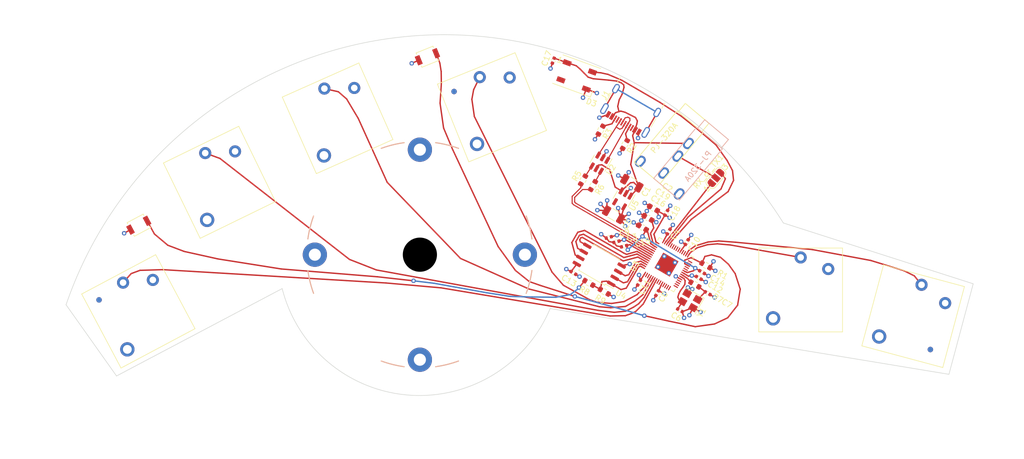
<source format=kicad_pcb>
(kicad_pcb (version 20221018) (generator pcbnew)
  (layers (0 "F.Cu" signal) (1 "In1.Cu" signal) (2 "In2.Cu" signal) (31 "B.Cu" signal) (34 "B.Paste" user) (35 "F.Paste" user) (36 "B.SilkS" user "B.Silkscreen") (37 "F.SilkS" user "F.Silkscreen") (38 "B.Mask" user) (39 "F.Mask" user) (44 "Edge.Cuts" user))
  (net 0 "")
  (net 1 "GND")
  (net 2 "BOOT")
  (net 3 "VBUS")
  (net 4 "+3V3")
  (net 5 "Net-(U3-XIN)")
  (net 6 "Net-(C7-Pad2)")
  (net 7 "+1V1")
  (net 9 "STATUS_LED")
  (net 10 "INDEX")
  (net 11 "MIDDLE")
  (net 12 "PINKY")
  (net 13 "RUN")
  (net 14 "USB_D+")
  (net 15 "USB_FIL_D+")
  (net 16 "USB_D-")
  (net 17 "USB_FIL_D-")
  (net 18 "Net-(U3-XOUT)")
  (net 19 "QSPI_~{SS}")
  (net 20 "RING")
  (net 21 "TFAR")
  (net 22 "TNEAR")
  (net 23 "USB_RAW_D-")
  (net 24 "USB_RAW_D+")
  (net 43 "QSPI_SD3")
  (net 44 "QSPI_SCLK")
  (net 45 "QSPI_SD0")
  (net 46 "QSPI_SD2")
  (net 47 "QSPI_SD1")
  (net 49 "Net-(RX_or_TX1-C)")
  (net 50 "UART0_RX")
  (net 51 "UART0_TX")
  (net 52 "unconnected-(J1-SHIELD-PadS1)")
  (net 57 "Net-(J1-CC2)")
  (net 58 "Net-(J1-CC1)")
  (footprint "Button_Switch_SMD:SW_SPST_B3U-1000P" (layer "F.Cu") (at 44.01 60.65 28)
    (fp_text reference "BOOT1" hide)
    (fp_text value "TACT")
  )
  (footprint "Capacitor_SMD:C_0402_1005Metric" (layer "F.Cu") (at 146.178615 69.162504 -30)
    (fp_text reference "C14")
    (fp_text value "100n")
  )
  (footprint "Capacitor_SMD:C_0402_1005Metric" (layer "F.Cu") (at 138.050897 72.970001 -120)
    (fp_text reference "C8")
    (fp_text value "100n")
  )
  (footprint "Capacitor_SMD:C_0402_1005Metric" (layer "F.Cu") (at 147.203486 72.987376 150)
    (fp_text reference "C7")
    (fp_text value "15p")
  )
  (footprint "Capacitor_SMD:C_0402_1005Metric" (layer "F.Cu") (at 145.578615 70.201735 -30)
    (fp_text reference "C12")
    (fp_text value "100n")
  )
  (footprint "Capacitor_SMD:C_0402_1005Metric" (layer "F.Cu") (at 129.263363 62.86058 -165)
    (fp_text reference "C9")
    (fp_text value "100n")
  )
  (footprint "Capacitor_SMD:C_0402_1005Metric" (layer "F.Cu") (at 122.84414 69.311956 -30)
    (fp_text reference "C13")
    (fp_text value "100n")
  )
  (footprint "Resistor_SMD:R_0603_1608Metric" (layer "F.Cu") (at 126.4 53.4625 -120)
    (fp_text reference "R6")
    (fp_text value "27R")
  )
  (footprint "PCM_Switch_Keyboard_Kailh:SW_Kailh_Choc_V1V2_1.00u" (layer "F.Cu") (at 164.073034 72.4)
    (fp_text reference "TNEAR1" hide)
    (fp_text value "SW")
  )
  (footprint "Capacitor_SMD:C_0402_1005Metric" (layer "F.Cu") (at 132.034644 64.46058 -165)
    (fp_text reference "C15")
    (fp_text value "100n")
  )
  (footprint "Resistor_SMD:R_0603_1608Metric" (layer "F.Cu") (at 144.878615 71.41417 150)
    (fp_text reference "R7")
    (fp_text value "1k")
  )
  (footprint "PCM_Switch_Keyboard_Kailh:SW_Kailh_Choc_V1V2_1.00u" (layer "F.Cu") (at 108.073034 39.261558 22)
    (fp_text reference "INDEX1" hide)
    (fp_text value "SW")
  )
  (footprint "Capacitor_SMD:C_0603_1608Metric" (layer "F.Cu") (at 136.373876 59.344813 150)
    (fp_text reference "C19")
    (fp_text value "1u")
  )
  (footprint "Capacitor_SMD:C_0402_1005Metric" (layer "F.Cu") (at 142.178615 76.090707 150)
    (fp_text reference "C6")
    (fp_text value "15p")
  )
  (footprint "Resistor_SMD:R_0603_1608Metric" (layer "F.Cu") (at 125.644141 71.111957 -30)
    (fp_text reference "R8")
    (fp_text value "1k")
  )
  (footprint "PCM_Switch_Keyboard_Kailh:SW_Kailh_Choc_V1V2_1.00u" (layer "F.Cu") (at 58.644874 52.868831 26)
    (fp_text reference "RING1" hide)
    (fp_text value "SW")
  )
  (footprint "Capacitor_SMD:C_1206_3216Metric" (layer "F.Cu") (at 130.146386 58.759275 150)
    (fp_text reference "C5")
    (fp_text value "1u")
  )
  (footprint "PCM_Switch_Keyboard_Kailh:SW_Kailh_Choc_V1V2_1.00u" (layer "F.Cu") (at 80.073034 41.261558 24)
    (fp_text reference "MIDDLE1" hide)
    (fp_text value "SW")
  )
  (footprint "LED_SMD:LED_WS2812B_PLCC4_5.0x5.0mm_P3.2mm" (layer "F.Cu") (at 123.44 33.57 -20)
    (fp_text reference "D3")
    (fp_text value "WS2812B")
  )
  (footprint "Resistor_SMD:R_0603_1608Metric" (layer "F.Cu") (at 124.6 52.4625 -120)
    (fp_text reference "R5")
    (fp_text value "27R")
  )
  (footprint "tinykeys:dualfiducial" (layer "F.Cu") (at 187.6 83.2)
    (fp_text reference "FID3" hide)
    (fp_text value "Fiducial")
  )
  (footprint "tinykeys:dualfiducial" (layer "F.Cu") (at 36.8 74.2)
    (fp_text reference "FID1" hide)
    (fp_text value "Fiducial")
  )
  (footprint "PCM_Switch_Keyboard_Kailh:SW_Kailh_Choc_V1V2_1.00u" (layer "F.Cu") (at 184.473034 77.161558 -15)
    (fp_text reference "TFAR1" hide)
    (fp_text value "SW")
  )
  (footprint "Capacitor_SMD:C_1206_3216Metric" (layer "F.Cu") (at 133.446386 53.043508 150)
    (fp_text reference "C1")
    (fp_text value "DNP")
  )
  (footprint "Package_TO_SOT_SMD:SOT-23-6" (layer "F.Cu") (at 127.6 49.4 -120)
    (fp_text reference "U2")
    (fp_text value "USBLC6-2SC6")
  )
  (footprint "Capacitor_SMD:C_0402_1005Metric" (layer "F.Cu") (at 130.649002 63.66058 -165)
    (fp_text reference "C3")
    (fp_text value "100n")
  )
  (footprint "tinykeys:dualfiducial" (layer "F.Cu") (at 101.2 36.4)
    (fp_text reference "FID2" hide)
    (fp_text value "Fiducial")
  )
  (footprint "Capacitor_SMD:C_0603_1608Metric" (layer "F.Cu") (at 137.373874 57.612762 150)
    (fp_text reference "C2")
    (fp_text value "1u")
  )
  (footprint "Capacitor_SMD:C_0402_1005Metric" (layer "F.Cu") (at 119.2 30.8 -110)
    (fp_text reference "C17")
    (fp_text value "100n")
  )
  (footprint "Capacitor_SMD:C_0603_1608Metric" (layer "F.Cu") (at 135.373874 61.076864 150)
    (fp_text reference "C16")
    (fp_text value "1u")
  )
  (footprint "Capacitor_SMD:C_0402_1005Metric" (layer "F.Cu") (at 143.420897 63.720001 60)
    (fp_text reference "C10")
    (fp_text value "100n")
  )
  (footprint "Resistor_SMD:R_0603_1608Metric" (layer "F.Cu") (at 128.444141 72.711956 150)
    (fp_text reference "R9")
    (fp_text value "10k")
  )
  (footprint "Package_SO:SOIC-8_5.23x5.23mm_P1.27mm" (layer "F.Cu") (at 127.535729 67.832932 150)
    (fp_text reference "U4")
    (fp_text value "W25Q128JVS")
  )
  (footprint "Capacitor_SMD:C_0402_1005Metric" (layer "F.Cu") (at 140.13 61.82 60)
    (fp_text reference "C4")
    (fp_text value "100n")
  )
  (footprint "tinykeys:TRRS-PJ-320A" (layer "F.Cu") (at 145.771833 43.371128 -40)
    (fp_text reference "J2")
    (fp_text value "AudioJack4")
  )
  (footprint "Resistor_SMD:R_0603_1608Metric" (layer "F.Cu") (at 146.878614 67.950068 150)
    (fp_text reference "R1")
    (fp_text value "10k")
  )
  (footprint "Connector_USB:USB_C_Receptacle_GCT_USB4105-xx-A_16P_TopMnt_Horizontal" (layer "F.Cu") (at 133.775 38.968853 150)
    (fp_text reference "J1")
    (fp_text value "USB_C_Receptacle_USB2.0")
  )
  (footprint "Crystal:Crystal_SMD_3225-4Pin_3.2x2.5mm" (layer "F.Cu") (at 144.009833 74.318945 150)
    (fp_text reference "Y1")
    (fp_text value "12MHz")
  )
  (footprint "PCM_Switch_Keyboard_Kailh:SW_Kailh_Choc_V1V2_1.00u" (layer "F.Cu") (at 43.929246 76.279464 28)
    (fp_text reference "PINKY1" hide)
    (fp_text value "SW")
  )
  (footprint "Jumper:SolderJumper-3_P1.3mm_Open_RoundedPad1.0x1.5mm_NumberLabels" (layer "F.Cu") (at 148.71 52.07 50)
    (fp_text reference "RX_or_TX1")
    (fp_text value "Jumper_3_Open")
  )
  (footprint "Resistor_SMD:R_0603_1608Metric" (layer "F.Cu") (at 132.2 46 -120)
    (fp_text reference "R2")
    (fp_text value "5K1")
  )
  (footprint "Capacitor_SMD:C_0402_1005Metric" (layer "F.Cu") (at 139.692337 58.39707 60)
    (fp_text reference "C18")
    (fp_text value "100n")
  )
  (footprint "tinykeys:Tenting_Puck" (layer "F.Cu") (at 95 66)
    (fp_text reference "H1")
    (fp_text value "MountingHole_Pad")
  )
  (footprint "Resistor_SMD:R_0603_1608Metric" (layer "F.Cu") (at 127.8 43.4 -120)
    (fp_text reference "R3")
    (fp_text value "5K1")
  )
  (footprint "Button_Switch_SMD:SW_SPST_B3U-1000P" (layer "F.Cu") (at 96.37 30.09 22)
    (fp_text reference "RESET1" hide)
    (fp_text value "TACT")
  )
  (footprint "Package_DFN_QFN:QFN-56-1EP_7x7mm_P0.4mm_EP3.2x3.2mm" (layer "F.Cu") (at 139.736961 67.804776 60)
    (fp_text reference "U3")
    (fp_text value "RP2040")
  )
  (footprint "Package_TO_SOT_SMD:SOT-23-5" (layer "F.Cu") (at 131.791474 55.889896 -120)
    (fp_text reference "U5")
    (fp_text value "TLV70033DDCR")
  )
  (footprint "Capacitor_SMD:C_0402_1005Metric" (layer "F.Cu") (at 134.76 71.07 -120)
    (fp_text reference "C11")
    (fp_text value "100n")
  )
  (gr_arc (start 118.629999 75.77) (mid 93.020745 91.471302) (end 70.021481 72.147778) (stroke (width 0.1)) (layer "Edge.Cuts"))
  (gr_line (start 39.97 88) (end 70.021481 72.147778) (stroke (width 0.1)) (layer "Edge.Cuts"))
  (gr_line (start 39.97 88) (end 30.817464 75.085986) (stroke (width 0.1)) (layer "Edge.Cuts"))
  (gr_line (start 190.97 87.7) (end 118.629999 75.77) (stroke (width 0.1)) (layer "Edge.Cuts"))
  (gr_arc (start 30.817464 75.085986) (mid 91.184392 26.565447) (end 160.926538 60.246925) (stroke (width 0.1)) (layer "Edge.Cuts"))
  (gr_line (start 195.37 71.28) (end 160.926538 60.246925) (stroke (width 0.1)) (layer "Edge.Cuts"))
  (gr_line (start 195.37 71.28) (end 190.97 87.7) (stroke (width 0.1)) (layer "Edge.Cuts"))
  (segment (start 123.259832 69.551956) (end 123.96 69.98) (width 0.25) (layer "F.Cu") (net 1))
  (segment (start 130.68 64.4) (end 130.185358 63.784813) (width 0.25) (layer "F.Cu") (net 1))
  (segment (start 135.702706 58.957313) (end 136.17 58.08) (width 0.25) (layer "F.Cu") (net 1))
  (segment (start 139.736961 67.804776) (end 139.34 66.3) (width 0.25) (layer "F.Cu") (net 1))
  (segment (start 139.932337 57.981378) (end 140.41 57.12) (width 0.25) (layer "F.Cu") (net 1))
  (segment (start 142.594307 76.330707) (end 142.92 77.46) (width 0.25) (layer "F.Cu") (net 1))
  (segment (start 143.482205 73.032823) (end 143.62 71.94) (width 0.25) (layer "F.Cu") (net 1))
  (segment (start 132.360224 54.904792) (end 133.27 53.91) (width 0.25) (layer "F.Cu") (net 1))
  (segment (start 131.7875 46.714471) (end 131.23 47.63) (width 0.25) (layer "F.Cu") (net 1))
  (segment (start 125.177914 35.958442) (end 127.11 36.68) (width 0.25) (layer "F.Cu") (net 1))
  (segment (start 94.793787 30.726831) (end 93.52 31.29) (width 0.25) (layer "F.Cu") (net 1))
  (segment (start 132.168999 52.306008) (end 132.88 51.05) (width 0.25) (layer "F.Cu") (net 1))
  (segment (start 128.799719 62.984813) (end 127.88 62.28) (width 0.25) (layer "F.Cu") (net 1))
  (segment (start 128.16875 48.414896) (end 128.86 47.25) (width 0.25) (layer "F.Cu") (net 1))
  (segment (start 129.163719 40.555826) (end 127.56 41.14) (width 0.25) (layer "F.Cu") (net 1))
  (segment (start 134.702704 60.689364) (end 133.77 60.15) (width 0.25) (layer "F.Cu") (net 1))
  (segment (start 134.52 71.485692) (end 133.92 72.31) (width 0.25) (layer "F.Cu") (net 1))
  (segment (start 119.03583 31.251052) (end 118.7 32.23) (width 0.25) (layer "F.Cu") (net 1))
  (segment (start 145.994307 70.441735) (end 146.86 70.96) (width 0.25) (layer "F.Cu") (net 1))
  (segment (start 147.619178 73.227376) (end 148.46 73.75) (width 0.25) (layer "F.Cu") (net 1))
  (segment (start 130.185358 63.784813) (end 129.33 63.62) (width 0.25) (layer "F.Cu") (net 1))
  (segment (start 127.3875 44.114471) (end 126.76 45.07) (width 0.25) (layer "F.Cu") (net 1))
  (segment (start 144.537461 75.605067) (end 143.89 76.97) (width 0.25) (layer "F.Cu") (net 1))
  (segment (start 136.702704 57.225262) (end 135.78 56.61) (width 0.25) (layer "F.Cu") (net 1))
  (segment (start 139.736961 67.804776) (end 140.16 69.34) (width 0.25) (layer "F.Cu") (net 1))
  (segment (start 140.37 61.404308) (end 140.89 60.6) (width 0.25) (layer "F.Cu") (net 1))
  (segment (start 135.702706 58.957313) (end 135.17 59.81) (width 0.25) (layer "F.Cu") (net 1))
  (segment (start 135.702706 58.957313) (end 134.76 58.4) (width 0.25) (layer "F.Cu") (net 1))
  (segment (start 128.868999 58.021775) (end 127.77 56.79) (width 0.25) (layer "F.Cu") (net 1))
  (segment (start 128.868999 58.021775) (end 128.97 56.16) (width 0.25) (layer "F.Cu") (net 1))
  (segment (start 137.810897 73.385693) (end 137.33 74.27) (width 0.25) (layer "F.Cu") (net 1))
  (segment (start 128.868999 58.021775) (end 127.19 57.92) (width 0.25) (layer "F.Cu") (net 1))
  (segment (start 144.537461 75.605067) (end 145.91 76.4) (width 0.25) (layer "F.Cu") (net 1))
  (segment (start 132.168999 52.306008) (end 130.98 51.63) (width 0.25) (layer "F.Cu") (net 1))
  (segment (start 134.702704 60.689364) (end 135.17 59.81) (width 0.25) (layer "F.Cu") (net 1))
  (segment (start 143.660897 63.304309) (end 144.22 62.42) (width 0.25) (layer "F.Cu") (net 1))
  (segment (start 146.594307 69.402504) (end 147.35 69.86) (width 0.25) (layer "F.Cu") (net 1))
  (segment (start 125.177914 35.958442) (end 124.59 37.52) (width 0.25) (layer "F.Cu") (net 1))
  (segment (start 143.482205 73.032823) (end 144.41 72.23) (width 0.25) (layer "F.Cu") (net 1))
  (segment (start 142.213923 70.389551) (end 141.42 69.93) (width 0.25) (layer "F.Cu") (net 1))
  (segment (start 131.571 64.584813) (end 130.68 64.4) (width 0.25) (layer "F.Cu") (net 1))
  (segment (start 42.508989 61.448102) (end 41.35 62.11) (width 0.25) (layer "F.Cu") (net 1))
  (segment (start 129.33 63.62) (end 128.799719 62.984813) (width 0.25) (layer "F.Cu") (net 1))
  (segment (start 139.736961 67.804776) (end 138.2 68.21) (width 0.25) (layer "F.Cu") (net 1))
  (segment (start 142.594307 76.330707) (end 144.537461 75.605067) (width 0.25) (layer "F.Cu") (net 1))
  (segment (start 139.736961 67.804776) (end 141.27 67.42) (width 0.25) (layer "F.Cu") (net 1))
  (segment (start 131.60592 67.983154) (end 133.06 67.69) (width 0.25) (layer "F.Cu") (net 1))
  (segment (start 134.706281 43.755826) (end 134.57 44.85) (width 0.25) (layer "F.Cu") (net 1))
  (segment (start 136.702704 57.225262) (end 136.17 58.08) (width 0.25) (layer "F.Cu") (net 1))
  (via (at 41.35 62.11) (size 0.8) (drill 0.4) (layers "F.Cu" "B.Cu") (net 1))
  (via (at 133.06 67.69) (size 0.8) (drill 0.4) (layers "F.Cu" "B.Cu") (net 1))
  (via (at 133.92 72.31) (size 0.8) (drill 0.4) (layers "F.Cu" "B.Cu") (net 1))
  (via (at 137.33 74.27) (size 0.8) (drill 0.4) (layers "F.Cu" "B.Cu") (net 1))
  (via (at 127.77 56.79) (size 0.8) (drill 0.4) (layers "F.Cu" "B.Cu") (net 1))
  (via (at 133.27 53.91) (size 0.8) (drill 0.4) (layers "F.Cu" "B.Cu") (net 1))
  (via (at 148.46 73.75) (size 0.8) (drill 0.4) (layers "F.Cu" "B.Cu") (net 1))
  (via (at 139.34 66.3) (size 0.8) (drill 0.4) (layers "F.Cu" "B.Cu") (net 1))
  (via (at 93.52 31.29) (size 0.8) (drill 0.4) (layers "F.Cu" "B.Cu") (net 1))
  (via (at 132.88 51.05) (size 0.8) (drill 0.4) (layers "F.Cu" "B.Cu") (net 1))
  (via (at 134.76 58.4) (size 0.8) (drill 0.4) (layers "F.Cu" "B.Cu") (net 1))
  (via (at 135.17 59.81) (size 0.8) (drill 0.4) (layers "F.Cu" "B.Cu") (net 1))
  (via (at 140.89 60.6) (size 0.8) (drill 0.4) (layers "F.Cu" "B.Cu") (net 1))
  (via (at 133.77 60.15) (size 0.8) (drill 0.4) (layers "F.Cu" "B.Cu") (net 1))
  (via (at 143.62 71.94) (size 0.8) (drill 0.4) (layers "F.Cu" "B.Cu") (net 1))
  (via (at 141.42 69.93) (size 0.8) (drill 0.4) (layers "F.Cu" "B.Cu") (net 1))
  (via (at 143.89 76.97) (size 0.8) (drill 0.4) (layers "F.Cu" "B.Cu") (net 1))
  (via (at 135.78 56.61) (size 0.8) (drill 0.4) (layers "F.Cu" "B.Cu") (net 1))
  (via (at 130.98 51.63) (size 0.8) (drill 0.4) (layers "F.Cu" "B.Cu") (net 1))
  (via (at 128.97 56.16) (size 0.8) (drill 0.4) (layers "F.Cu" "B.Cu") (net 1))
  (via (at 141.27 67.42) (size 0.8) (drill 0.4) (layers "F.Cu" "B.Cu") (net 1))
  (via (at 127.19 57.92) (size 0.8) (drill 0.4) (layers "F.Cu" "B.Cu") (net 1))
  (via (at 144.22 62.42) (size 0.8) (drill 0.4) (layers "F.Cu" "B.Cu") (net 1))
  (via (at 140.41 57.12) (size 0.8) (drill 0.4) (layers "F.Cu" "B.Cu") (net 1))
  (via (at 127.88 62.28) (size 0.8) (drill 0.4) (layers "F.Cu" "B.Cu") (net 1))
  (via (at 124.59 37.52) (size 0.8) (drill 0.4) (layers "F.Cu" "B.Cu") (net 1))
  (via (at 142.92 77.46) (size 0.8) (drill 0.4) (layers "F.Cu" "B.Cu") (net 1))
  (via (at 118.7 32.23) (size 0.8) (drill 0.4) (layers "F.Cu" "B.Cu") (net 1))
  (via (at 126.76 45.07) (size 0.8) (drill 0.4) (layers "F.Cu" "B.Cu") (net 1))
  (via (at 147.35 69.86) (size 0.8) (drill 0.4) (layers "F.Cu" "B.Cu") (net 1))
  (via (at 144.41 72.23) (size 0.8) (drill 0.4) (layers "F.Cu" "B.Cu") (net 1))
  (via (at 136.17 58.08) (size 0.8) (drill 0.4) (layers "F.Cu" "B.Cu") (net 1))
  (via (at 131.23 47.63) (size 0.8) (drill 0.4) (layers "F.Cu" "B.Cu") (net 1))
  (via (at 128.86 47.25) (size 0.8) (drill 0.4) (layers "F.Cu" "B.Cu") (net 1))
  (via (at 138.2 68.21) (size 0.8) (drill 0.4) (layers "F.Cu" "B.Cu") (net 1))
  (via (at 134.57 44.85) (size 0.8) (drill 0.4) (layers "F.Cu" "B.Cu") (net 1))
  (via (at 127.11 36.68) (size 0.8) (drill 0.4) (layers "F.Cu" "B.Cu") (net 1))
  (via (at 123.96 69.98) (size 0.8) (drill 0.4) (layers "F.Cu" "B.Cu") (net 1))
  (via (at 145.91 76.4) (size 0.8) (drill 0.4) (layers "F.Cu" "B.Cu") (net 1))
  (via (at 140.16 69.34) (size 0.8) (drill 0.4) (layers "F.Cu" "B.Cu") (net 1))
  (via (at 127.56 41.14) (size 0.8) (drill 0.4) (layers "F.Cu" "B.Cu") (net 1))
  (via (at 146.86 70.96) (size 0.8) (drill 0.4) (layers "F.Cu" "B.Cu") (net 1))
  (segment (start 123.86 71.97) (end 124.92967 70.699457) (width 0.25) (layer "F.Cu") (net 2))
  (segment (start 87.32 70.01) (end 93.85 70.738861) (width 0.25) (layer "F.Cu") (net 2))
  (segment (start 52.24 65.41) (end 58.37 66.77) (width 0.25) (layer "F.Cu") (net 2))
  (segment (start 58.37 66.77) (end 69.85 68.59) (width 0.25) (layer "F.Cu") (net 2))
  (segment (start 69.85 68.59) (end 87.32 70.01) (width 0.25) (layer "F.Cu") (net 2))
  (segment (start 46.85 62.25) (end 49.28 64.29) (width 0.25) (layer "F.Cu") (net 2))
  (segment (start 49.28 64.29) (end 52.24 65.41) (width 0.25) (layer "F.Cu") (net 2))
  (segment (start 45.511011 59.851898) (end 46.85 62.25) (width 0.25) (layer "F.Cu") (net 2))
  (via (at 123.86 71.97) (size 0.8) (drill 0.4) (layers "F.Cu" "B.Cu") (net 2))
  (via (at 93.85 70.738861) (size 0.8) (drill 0.4) (layers "F.Cu" "B.Cu") (net 2))
  (segment (start 119.68 73.72) (end 122.3 73.23) (width 0.25) (layer "B.Cu") (net 2))
  (segment (start 93.85 70.738861) (end 97.61 71.19) (width 0.25) (layer "B.Cu") (net 2))
  (segment (start 107.04 72.89) (end 111.37 73.57) (width 0.25) (layer "B.Cu") (net 2))
  (segment (start 115.35 73.67) (end 119.68 73.72) (width 0.25) (layer "B.Cu") (net 2))
  (segment (start 122.3 73.23) (end 123.47 72.36) (width 0.25) (layer "B.Cu") (net 2))
  (segment (start 111.37 73.57) (end 115.35 73.67) (width 0.25) (layer "B.Cu") (net 2))
  (segment (start 123.47 72.36) (end 123.86 71.97) (width 0.25) (layer "B.Cu") (net 2))
  (segment (start 101.65 71.92) (end 107.04 72.89) (width 0.25) (layer "B.Cu") (net 2))
  (segment (start 97.61 71.19) (end 101.65 71.92) (width 0.25) (layer "B.Cu") (net 2))
  (segment (start 134.45 41.74) (end 134.349778 42.299778) (width 0.25) (layer "F.Cu") (net 3))
  (segment (start 121.702086 31.181558) (end 119.36417 30.348948) (width 0.25) (layer "F.Cu") (net 3))
  (segment (start 134.349778 42.299778) (end 134.013461 43.355826) (width 0.25) (layer "F.Cu") (net 3))
  (segment (start 123.36 31.73) (end 124.11 32.37) (width 0.25) (layer "F.Cu") (net 3))
  (segment (start 124.74 33.02) (end 125.52 33.794884) (width 0.25) (layer "F.Cu") (net 3))
  (segment (start 127.41 49.74) (end 128.02 49.7) (width 0.25) (layer "F.Cu") (net 3))
  (segment (start 133.2 52.96) (end 133.78 52.89) (width 0.25) (layer "F.Cu") (net 3))
  (segment (start 131.42 39.95) (end 132.21 40.16) (width 0.25) (layer "F.Cu") (net 3))
  (segment (start 131.66 36.94) (end 132.03 35.63) (width 0.25) (layer "F.Cu") (net 3))
  (segment (start 133.25 49.65) (end 133.89 45.68) (width 0.25) (layer "F.Cu") (net 3))
  (segment (start 131.15 37.91) (end 131.66 36.94) (width 0.25) (layer "F.Cu") (net 3))
  (segment (start 130.512571 40.232571) (end 131.11 40.046533) (width 0.25) (layer "F.Cu") (net 3))
  (segment (start 130.42 53.73) (end 131.5375 54.429792) (width 0.25) (layer "F.Cu") (net 3))
  (segment (start 134.723773 53.781008) (end 133.25 49.65) (width 0.25) (layer "F.Cu") (net 3))
  (segment (start 128.02 49.7) (end 129.42 50.57) (width 0.25) (layer "F.Cu") (net 3))
  (segment (start 133.78 52.89) (end 134.723773 53.781008) (width 0.25) (layer "F.Cu") (net 3))
  (segment (start 129.42 50.57) (end 130.42 53.73) (width 0.25) (layer "F.Cu") (net 3))
  (segment (start 130.74 34.51) (end 129.2 34.33) (width 0.25) (layer "F.Cu") (net 3))
  (segment (start 129.2 34.33) (end 126.43 34.08) (width 0.25) (layer "F.Cu") (net 3))
  (segment (start 133.89 45.68) (end 133.59 44.4) (width 0.25) (layer "F.Cu") (net 3))
  (segment (start 133.182948 55.379792) (end 134.723773 53.781008) (width 0.25) (layer "F.Cu") (net 3))
  (segment (start 129.856539 40.955826) (end 130.512571 40.232571) (width 0.25) (layer "F.Cu") (net 3))
  (segment (start 131.5375 54.429792) (end 133.2 52.96) (width 0.25) (layer "F.Cu") (net 3))
  (segment (start 134.11 41.12) (end 134.45 41.74) (width 0.25) (layer "F.Cu") (net 3))
  (segment (start 131.96 35.18) (end 131.51 34.82) (width 0.25) (layer "F.Cu") (net 3))
  (segment (start 131.51 34.82) (end 130.74 34.51) (width 0.25) (layer "F.Cu") (net 3))
  (segment (start 132.03 35.63) (end 131.96 35.18) (width 0.25) (layer "F.Cu") (net 3))
  (segment (start 124.11 32.37) (end 124.74 33.02) (width 0.25) (layer "F.Cu") (net 3))
  (segment (start 121.702086 31.181558) (end 123.36 31.73) (width 0.25) (layer "F.Cu") (net 3))
  (segment (start 130.8901 39.1) (end 131.11 40.046533) (width 0.25) (layer "F.Cu") (net 3))
  (segment (start 133.59 44.4) (end 134.013461 43.355826) (width 0.25) (layer "F.Cu") (net 3))
  (segment (start 143.714913 45.82247) (end 133.89 45.68) (width 0.25) (layer "F.Cu") (net 3))
  (segment (start 131.11 40.046533) (end 131.42 39.95) (width 0.25) (layer "F.Cu") (net 3))
  (segment (start 130.8901 39.1) (end 131.15 37.91) (width 0.25) (layer "F.Cu") (net 3))
  (segment (start 126.43 34.08) (end 125.52 33.794884) (width 0.25) (layer "F.Cu") (net 3))
  (segment (start 127.03125 50.385104) (end 127.41 49.74) (width 0.25) (layer "F.Cu") (net 3))
  (segment (start 132.21 40.16) (end 134.11 41.12) (width 0.25) (layer "F.Cu") (net 3))
  (segment (start 137.045046 59.732313) (end 137.88 60.1) (width 0.25) (layer "F.Cu") (net 4))
  (segment (start 138.059998 63.83436) (end 137.834832 63.70436) (width 0.25) (layer "F.Cu") (net 4))
  (segment (start 139.452337 58.812762) (end 140.31 59.29) (width 0.25) (layer "F.Cu") (net 4))
  (segment (start 138.290897 72.554309) (end 139.32 73.06) (width 0.25) (layer "F.Cu") (net 4))
  (segment (start 137.834832 63.70436) (end 137.452335 62.276864) (width 0.25) (layer "F.Cu") (net 4))
  (segment (start 139.452335 58.812762) (end 138.045044 58.000262) (width 0.25) (layer "F.Cu") (net 4))
  (segment (start 131.387532 62.291411) (end 130.74 62.464917) (width 0.25) (layer "F.Cu") (net 4))
  (segment (start 137.420221 61.132488) (end 137.045045 59.732312) (width 0.25) (layer "F.Cu") (net 4))
  (segment (start 135 70.654308) (end 134.75 69.68) (width 0.25) (layer "F.Cu") (net 4))
  (segment (start 130.74 62.464917) (end 129.727008 62.736348) (width 0.25) (layer "F.Cu") (net 4))
  (segment (start 135.766545 69.481738) (end 135 70.654308) (width 0.25) (layer "F.Cu") (net 4))
  (segment (start 131.423773 59.496775) (end 132.23 60.82) (width 0.25) (layer "F.Cu") (net 4))
  (segment (start 131.423773 59.496775) (end 132.9 58.59) (width 0.25) (layer "F.Cu") (net 4))
  (segment (start 139.204045 63.527814) (end 139.89 62.235692) (width 0.25) (layer "F.Cu") (net 4))
  (segment (start 143.180897 64.135693) (end 142.39 63.64) (width 0.25) (layer "F.Cu") (net 4))
  (segment (start 147.593085 68.362568) (end 148.26 67.21) (width 0.25) (layer "F.Cu") (net 4))
  (segment (start 132.045448 57.35) (end 131.423773 59.496775) (width 0.25) (layer "F.Cu") (net 4))
  (segment (start 138.884236 71.281738) (end 138.290897 72.554309) (width 0.25) (layer "F.Cu") (net 4))
  (segment (start 137.260451 63.809217) (end 137.271951 63.789299) (width 0.25) (layer "F.Cu") (net 4))
  (segment (start 137.86 64.18077) (end 137.851946 64.150717) (width 0.25) (layer "F.Cu") (net 4))
  (segment (start 122.428448 69.071956) (end 121.56 68.61) (width 0.25) (layer "F.Cu") (net 4))
  (segment (start 137.851946 64.150717) (end 137.260451 63.809217) (width 0.25) (layer "F.Cu") (net 4))
  (segment (start 131.423773 59.496775) (end 130.96 57.54) (width 0.25) (layer "F.Cu") (net 4))
  (segment (start 131.423773 59.496775) (end 132.78 59.79) (width 0.25) (layer "F.Cu") (net 4))
  (segment (start 136.832721 62.150068) (end 137.420221 61.132488) (width 0.25) (layer "F.Cu") (net 4))
  (segment (start 136.859999 65.912821) (end 132.226763 63.237821) (width 0.25) (layer "F.Cu") (net 4))
  (segment (start 132.03 63.290543) (end 131.112646 63.536347) (width 0.25) (layer "F.Cu") (net 4))
  (segment (start 142.813923 69.350321) (end 143.7 69.89) (width 0.25) (layer "F.Cu") (net 4))
  (segment (start 142.321736 65.327814) (end 143.180897 64.135693) (width 0.25) (layer "F.Cu") (net 4))
  (segment (start 137.059999 65.566411) (end 131.387532 62.291411) (width 0.25) (layer "F.Cu") (net 4))
  (segment (start 147.593085 68.362568) (end 148.59 68.93) (width 0.25) (layer "F.Cu") (net 4))
  (segment (start 143.7 69.89) (end 144.33 69.79) (width 0.25) (layer "F.Cu") (net 4))
  (segment (start 129.158612 73.124456) (end 130.14 73.67) (width 0.25) (layer "F.Cu") (net 4))
  (segment (start 138.045044 58.000262) (end 138.32 59.17) (width 0.25) (layer "F.Cu") (net 4))
  (segment (start 137.271951 63.789299) (end 136.832721 62.150068) (width 0.25) (layer "F.Cu") (net 4))
  (segment (start 132.226763 63.237821) (end 132.03 63.290543) (width 0.25) (layer "F.Cu") (net 4))
  (segment (start 139.89 62.235692) (end 139.15 61.79) (width 0.25) (layer "F.Cu") (net 4))
  (segment (start 137.452335 62.276864) (end 139.452335 58.812762) (width 0.25) (layer "F.Cu") (net 4))
  (segment (start 144.33 69.79) (end 145.162923 69.961735) (width 0.25) (layer "F.Cu") (net 4))
  (segment (start 122.428448 69.071956) (end 123.465538 67.68271) (width 0.25) (layer "F.Cu") (net 4))
  (via (at 130.14 73.67) (size 0.8) (drill 0.4) (layers "F.Cu" "B.Cu") (net 4))
  (via (at 148.26 67.21) (size 0.8) (drill 0.4) (layers "F.Cu" "B.Cu") (net 4))
  (via (at 140.31 59.29) (size 0.8) (drill 0.4) (layers "F.Cu" "B.Cu") (net 4))
  (via (at 130.96 57.54) (size 0.8) (drill 0.4) (layers "F.Cu" "B.Cu") (net 4))
  (via (at 144.33 69.79) (size 0.8) (drill 0.4) (layers "F.Cu" "B.Cu") (net 4))
  (via (at 134.75 69.68) (size 0.8) (drill 0.4) (layers "F.Cu" "B.Cu") (net 4))
  (via (at 132.03 63.290543) (size 0.8) (drill 0.4) (layers "F.Cu" "B.Cu") (net 4))
  (via (at 132.9 58.59) (size 0.8) (drill 0.4) (layers "F.Cu" "B.Cu") (net 4))
  (via (at 142.39 63.64) (size 0.8) (drill 0.4) (layers "F.Cu" "B.Cu") (net 4))
  (via (at 138.32 59.17) (size 0.8) (drill 0.4) (layers "F.Cu" "B.Cu") (net 4))
  (via (at 139.32 73.06) (size 0.8) (drill 0.4) (layers "F.Cu" "B.Cu") (net 4))
  (via (at 132.23 60.82) (size 0.8) (drill 0.4) (layers "F.Cu" "B.Cu") (net 4))
  (via (at 139.15 61.79) (size 0.8) (drill 0.4) (layers "F.Cu" "B.Cu") (net 4))
  (via (at 132.78 59.79) (size 0.8) (drill 0.4) (layers "F.Cu" "B.Cu") (net 4))
  (via (at 148.59 68.93) (size 0.8) (drill 0.4) (layers "F.Cu" "B.Cu") (net 4))
  (via (at 130.74 62.464917) (size 0.8) (drill 0.4) (layers "F.Cu" "B.Cu") (net 4))
  (via (at 137.88 60.1) (size 0.8) (drill 0.4) (layers "F.Cu" "B.Cu") (net 4))
  (via (at 121.56 68.61) (size 0.8) (drill 0.4) (layers "F.Cu" "B.Cu") (net 4))
  (segment (start 143.11 70.72) (end 143.07 71.37) (width 0.25) (layer "F.Cu") (net 5))
  (segment (start 142.7 71.95) (end 142.28 72.5) (width 0.25) (layer "F.Cu") (net 5))
  (segment (start 142.632205 74.505067) (end 141.762923 75.850707) (width 0.25) (layer "F.Cu") (net 5))
  (segment (start 141.8 73.7) (end 141.94 74.07) (width 0.25) (layer "F.Cu") (net 5))
  (segment (start 142.413923 70.043141) (end 142.919267 70.351107) (width 0.25) (layer "F.Cu") (net 5))
  (segment (start 142.919267 70.351107) (end 143.11 70.72) (width 0.25) (layer "F.Cu") (net 5))
  (segment (start 141.94 73.16) (end 141.8 73.7) (width 0.25) (layer "F.Cu") (net 5))
  (segment (start 141.94 74.07) (end 142.632205 74.505067) (width 0.25) (layer "F.Cu") (net 5))
  (segment (start 142.28 72.5) (end 141.94 73.16) (width 0.25) (layer "F.Cu") (net 5))
  (segment (start 143.07 71.37) (end 142.7 71.95) (width 0.25) (layer "F.Cu") (net 5))
  (segment (start 145.593086 71.82667) (end 146.787794 72.747376) (width 0.25) (layer "F.Cu") (net 6))
  (segment (start 146.787794 72.747376) (end 145.387461 74.132823) (width 0.25) (layer "F.Cu") (net 6))
  (segment (start 135.38 62.68) (end 136.045044 61.464364) (width 0.25) (layer "F.Cu") (net 7))
  (segment (start 143.521325 69.238675) (end 144.658992 68.908992) (width 0.25) (layer "F.Cu") (net 7))
  (segment (start 136.2399 61.576863) (end 136.045044 61.464362) (width 0.25) (layer "F.Cu") (net 7))
  (segment (start 137.290718 64.313976) (end 137.274246 64.252505) (width 0.25) (layer "F.Cu") (net 7))
  (segment (start 144.94 68.43) (end 145.762923 68.922504) (width 0.25) (layer "F.Cu") (net 7))
  (segment (start 137.659999 64.527181) (end 137.290718 64.313976) (width 0.25) (layer "F.Cu") (net 7))
  (segment (start 143.521325 69.238675) (end 143.013923 69.003911) (width 0.25) (layer "F.Cu") (net 7))
  (segment (start 144.94 68.43) (end 144.658992 68.908992) (width 0.25) (layer "F.Cu") (net 7))
  (segment (start 136.659999 66.259231) (end 133.065994 64.18423) (width 0.25) (layer "F.Cu") (net 7))
  (segment (start 136.898746 64.035709) (end 136.2399 61.576863) (width 0.25) (layer "F.Cu") (net 7))
  (segment (start 137.274246 64.252505) (end 136.898746 64.035709) (width 0.25) (layer "F.Cu") (net 7))
  (segment (start 132.498288 64.336347) (end 132.72 65.12) (width 0.25) (layer "F.Cu") (net 7))
  (segment (start 133.065994 64.18423) (end 132.498289 64.336347) (width 0.25) (layer "F.Cu") (net 7))
  (via (at 144.94 68.43) (size 0.8) (drill 0.4) (layers "F.Cu" "B.Cu") (net 7))
  (via (at 132.72 65.12) (size 0.8) (drill 0.4) (layers "F.Cu" "B.Cu") (net 7))
  (via (at 135.38 62.68) (size 0.8) (drill 0.4) (layers "F.Cu" "B.Cu") (net 7))
  (segment (start 135.38 62.68) (end 144.94 68.43) (width 0.25) (layer "B.Cu") (net 7))
  (segment (start 132.72 65.12) (end 135.38 62.68) (width 0.25) (layer "B.Cu") (net 7))
  (segment (start 150.91 54.56) (end 151.9 52.52) (width 0.25) (layer "F.Cu") (net 9))
  (segment (start 151.9 52.52) (end 151.71 50.74) (width 0.25) (layer "F.Cu") (net 9))
  (segment (start 140.714945 63.499086) (end 144.23 59.59) (width 0.25) (layer "F.Cu") (net 9))
  (segment (start 150.73 48.91) (end 148.71 46.09) (width 0.25) (layer "F.Cu") (net 9))
  (segment (start 127.83 33.01) (end 126.30658 32.857457) (width 0.25) (layer "F.Cu") (net 9))
  (segment (start 138.54 38.37) (end 131.63 34.36) (width 0.25) (layer "F.Cu") (net 9))
  (segment (start 148.71 46.09) (end 145.1 43.02) (width 0.25) (layer "F.Cu") (net 9))
  (segment (start 129.12 33.29) (end 127.83 33.01) (width 0.25) (layer "F.Cu") (net 9))
  (segment (start 144.23 59.59) (end 150.91 54.56) (width 0.25) (layer "F.Cu") (net 9))
  (segment (start 145.1 43.02) (end 142.36 40.83) (width 0.25) (layer "F.Cu") (net 9))
  (segment (start 131.63 34.36) (end 129.12 33.29) (width 0.25) (layer "F.Cu") (net 9))
  (segment (start 142.36 40.83) (end 138.54 38.37) (width 0.25) (layer "F.Cu") (net 9))
  (segment (start 151.71 50.74) (end 150.73 48.91) (width 0.25) (layer "F.Cu") (net 9))
  (segment (start 140.243275 64.127814) (end 140.714945 63.499086) (width 0.25) (layer "F.Cu") (net 9))
  (segment (start 125.66 74.11) (end 121.04 71.55) (width 0.25) (layer "F.Cu") (net 10))
  (segment (start 134.4 73.24) (end 132.05 74.5) (width 0.25) (layer "F.Cu") (net 10))
  (segment (start 104.88 40.93) (end 104.43 37.81) (width 0.25) (layer "F.Cu") (net 10))
  (segment (start 136.805775 70.081738) (end 135.843738 71.723738) (width 0.25) (layer "F.Cu") (net 10))
  (segment (start 121.04 71.55) (end 118.97 69.16) (width 0.25) (layer "F.Cu") (net 10))
  (segment (start 104.75 36.07) (end 105.862855 33.791173) (width 0.25) (layer "F.Cu") (net 10))
  (segment (start 135.843738 71.723738) (end 134.4 73.24) (width 0.25) (layer "F.Cu") (net 10))
  (segment (start 118.97 69.16) (end 116.83 64.86) (width 0.25) (layer "F.Cu") (net 10))
  (segment (start 116.83 64.86) (end 104.88 40.93) (width 0.25) (layer "F.Cu") (net 10))
  (segment (start 129.77 74.85) (end 127.11 74.621765) (width 0.25) (layer "F.Cu") (net 10))
  (segment (start 132.05 74.5) (end 129.77 74.85) (width 0.25) (layer "F.Cu") (net 10))
  (segment (start 127.11 74.621765) (end 125.66 74.11) (width 0.25) (layer "F.Cu") (net 10))
  (segment (start 104.43 37.81) (end 104.75 36.07) (width 0.25) (layer "F.Cu") (net 10))
  (segment (start 89.07 52.87) (end 83.82 41.28) (width 0.25) (layer "F.Cu") (net 11))
  (segment (start 83.82 41.28) (end 81.71 37.75) (width 0.25) (layer "F.Cu") (net 11))
  (segment (start 133.99 74.42) (end 132.29 75.39) (width 0.25) (layer "F.Cu") (net 11))
  (segment (start 114.77 72.22) (end 102.37 66.68) (width 0.25) (layer "F.Cu") (net 11))
  (segment (start 80.2 36.44) (end 77.673288 35.87164) (width 0.25) (layer "F.Cu") (net 11))
  (segment (start 127.56 75.442944) (end 129.62 75.62) (width 0.25) (layer "F.Cu") (net 11))
  (segment (start 135.444718 73.274718) (end 133.99 74.42) (width 0.25) (layer "F.Cu") (net 11))
  (segment (start 127.56 75.442944) (end 114.77 72.22) (width 0.25) (layer "F.Cu") (net 11))
  (segment (start 102.37 66.68) (end 89.07 52.87) (width 0.25) (layer "F.Cu") (net 11))
  (segment (start 132.29 75.39) (end 129.62 75.62) (width 0.25) (layer "F.Cu") (net 11))
  (segment (start 137.152186 70.281738) (end 135.444718 73.274718) (width 0.25) (layer "F.Cu") (net 11))
  (segment (start 81.71 37.75) (end 80.2 36.44) (width 0.25) (layer "F.Cu") (net 11))
  (segment (start 137.845006 70.681738) (end 135.512715 74.942715) (width 0.25) (layer "F.Cu") (net 12))
  (segment (start 42.63 69.43) (end 41.159364 71.070073) (width 0.25) (layer "F.Cu") (net 12))
  (segment (start 129.49 77.123422) (end 98.818684 72.012487) (width 0.25) (layer "F.Cu") (net 12))
  (segment (start 134.159421 76.289421) (end 133.46 76.64) (width 0.25) (layer "F.Cu") (net 12))
  (segment (start 133.46 76.64) (end 132.27 77.063854) (width 0.25) (layer "F.Cu") (net 12))
  (segment (start 135.512715 74.942715) (end 134.159421 76.289421) (width 0.25) (layer "F.Cu") (net 12))
  (segment (start 129.49 77.123422) (end 132.27 77.063854) (width 0.25) (layer "F.Cu") (net 12))
  (segment (start 88.85 71.13) (end 48.36 68.714545) (width 0.25) (layer "F.Cu") (net 12))
  (segment (start 44.22 68.84) (end 42.63 69.43) (width 0.25) (layer "F.Cu") (net 12))
  (segment (start 48.36 68.714545) (end 44.22 68.84) (width 0.25) (layer "F.Cu") (net 12))
  (segment (start 98.818684 72.012487) (end 88.85 71.13) (width 0.25) (layer "F.Cu") (net 12))
  (segment (start 99.3 43.02) (end 100.92 46.87) (width 0.25) (layer "F.Cu") (net 13))
  (segment (start 149.52 66.47) (end 147.91 66.03) (width 0.25) (layer "F.Cu") (net 13))
  (segment (start 152.19 69.43) (end 150.97 67.73) (width 0.25) (layer "F.Cu") (net 13))
  (segment (start 143.06 67.65) (end 143.04 66.99) (width 0.25) (layer "F.Cu") (net 13))
  (segment (start 112.33 68.86) (end 114.85 70.88) (width 0.25) (layer "F.Cu") (net 13))
  (segment (start 98.66 38.52) (end 99.3 43.02) (width 0.25) (layer "F.Cu") (net 13))
  (segment (start 116.86 71.58) (end 123.1 73.57) (width 0.25) (layer "F.Cu") (net 13))
  (segment (start 143.613923 67.96468) (end 143.06 67.65) (width 0.25) (layer "F.Cu") (net 13))
  (segment (start 144.95 79.06) (end 148.45 78.57) (width 0.25) (layer "F.Cu") (net 13))
  (segment (start 152.63 75.17) (end 153.11 72.25) (width 0.25) (layer "F.Cu") (net 13))
  (segment (start 135.71 77.07) (end 140.13 78.04) (width 0.25) (layer "F.Cu") (net 13))
  (segment (start 146.7 66.32) (end 146.164143 67.537568) (width 0.25) (layer "F.Cu") (net 13))
  (segment (start 144.19 66.55) (end 146.164143 67.537568) (width 0.25) (layer "F.Cu") (net 13))
  (segment (start 153.11 72.25) (end 152.19 69.43) (width 0.25) (layer "F.Cu") (net 13))
  (segment (start 148.45 78.57) (end 150.83 77.45) (width 0.25) (layer "F.Cu") (net 13))
  (segment (start 98.86 32.77) (end 98.9 34.92) (width 0.25) (layer "F.Cu") (net 13))
  (segment (start 109.2 64.53) (end 112.33 68.86) (width 0.25) (layer "F.Cu") (net 13))
  (segment (start 143.04 66.99) (end 144.19 66.55) (width 0.25) (layer "F.Cu") (net 13))
  (segment (start 97.946213 29.453169) (end 98.62 31.23) (width 0.25) (layer "F.Cu") (net 13))
  (segment (start 114.85 70.88) (end 116.86 71.58) (width 0.25) (layer "F.Cu") (net 13))
  (segment (start 140.13 78.04) (end 144.95 79.06) (width 0.25) (layer "F.Cu") (net 13))
  (segment (start 150.83 77.45) (end 152.63 75.17) (width 0.25) (layer "F.Cu") (net 13))
  (segment (start 147.91 66.03) (end 146.7 66.32) (width 0.25) (layer "F.Cu") (net 13))
  (segment (start 98.62 31.23) (end 98.86 32.77) (width 0.25) (layer "F.Cu") (net 13))
  (segment (start 98.9 34.92) (end 98.66 38.52) (width 0.25) (layer "F.Cu") (net 13))
  (segment (start 100.92 46.87) (end 109.2 64.53) (width 0.25) (layer "F.Cu") (net 13))
  (segment (start 150.97 67.73) (end 149.52 66.47) (width 0.25) (layer "F.Cu") (net 13))
  (via (at 135.71 77.07) (size 0.8) (drill 0.4) (layers "F.Cu" "B.Cu") (net 13))
  (via (at 123.1 73.57) (size 0.8) (drill 0.4) (layers "F.Cu" "B.Cu") (net 13))
  (segment (start 123.1 73.57) (end 131.78 75.95) (width 0.25) (layer "B.Cu") (net 13))
  (segment (start 131.78 75.95) (end 135.71 77.07) (width 0.25) (layer "B.Cu") (net 13))
  (segment (start 125.0125 51.748029) (end 126.208526 49.910104) (width 0.2) (layer "F.Cu") (net 14))
  (segment (start 137.259999 65.220001) (end 137.225847 65.229152) (width 0.2) (layer "F.Cu") (net 15))
  (segment (start 137.225847 65.229152) (end 122.901182 56.958803) (width 0.2) (layer "F.Cu") (net 15))
  (segment (start 137.26 65.22) (end 137.225848 65.229152) (width 0.2) (layer "F.Cu") (net 15))
  (segment (start 122.625 55.421272) (end 124.1875 53.858772) (width 0.2) (layer "F.Cu") (net 15))
  (segment (start 122.901182 56.958803) (end 122.625 56.682621) (width 0.2) (layer "F.Cu") (net 15))
  (segment (start 122.625 56.682621) (end 122.625 55.421272) (width 0.2) (layer "F.Cu") (net 15))
  (segment (start 124.1875 53.858772) (end 124.1875 53.176971) (width 0.2) (layer "F.Cu") (net 15))
  (segment (start 126.8125 52.748029) (end 127.853974 50.860104) (width 0.2) (layer "F.Cu") (net 16))
  (segment (start 123.287608 56.662289) (end 123.075 56.449681) (width 0.2) (layer "F.Cu") (net 17))
  (segment (start 137.450848 64.839439) (end 123.287608 56.662289) (width 0.2) (layer "F.Cu") (net 17))
  (segment (start 137.459999 64.873591) (end 137.450848 64.839439) (width 0.2) (layer "F.Cu") (net 17))
  (segment (start 124.505699 54.176971) (end 125.9875 54.176971) (width 0.2) (layer "F.Cu") (net 17))
  (segment (start 137.46 64.87359) (end 137.450848 64.839438) (width 0.2) (layer "F.Cu") (net 17))
  (segment (start 123.075 55.60767) (end 124.505699 54.176971) (width 0.2) (layer "F.Cu") (net 17))
  (segment (start 123.075 56.449681) (end 123.075 55.60767) (width 0.2) (layer "F.Cu") (net 17))
  (segment (start 143.54 70.31) (end 142.613923 69.696731) (width 0.25) (layer "F.Cu") (net 18))
  (segment (start 144.164144 71.00167) (end 143.54 70.31) (width 0.25) (layer "F.Cu") (net 18))
  (segment (start 126.358612 71.524457) (end 127.72967 72.299456) (width 0.25) (layer "F.Cu") (net 19))
  (segment (start 128.88 70.8) (end 128.03 70.87) (width 0.25) (layer "F.Cu") (net 19))
  (segment (start 129.70092 71.28271) (end 128.88 70.8) (width 0.25) (layer "F.Cu") (net 19))
  (segment (start 135.035645 68.092692) (end 134.673649 68.18969) (width 0.25) (layer "F.Cu") (net 19))
  (segment (start 135.459999 68.337692) (end 135.035645 68.092692) (width 0.25) (layer "F.Cu") (net 19))
  (segment (start 132.433651 72.069483) (end 131.484262 72.32387) (width 0.25) (layer "F.Cu") (net 19))
  (segment (start 134.673649 68.18969) (end 132.433651 72.069483) (width 0.25) (layer "F.Cu") (net 19))
  (segment (start 128.03 70.87) (end 127.72967 72.299456) (width 0.25) (layer "F.Cu") (net 19))
  (segment (start 131.484262 72.32387) (end 130.414721 71.70637) (width 0.25) (layer "F.Cu") (net 19))
  (segment (start 135.661102 73.771102) (end 134.686865 74.896865) (width 0.25) (layer "F.Cu") (net 20))
  (segment (start 127.38 76.11) (end 87.11 68.769565) (width 0.25) (layer "F.Cu") (net 20))
  (segment (start 137.498596 70.481738) (end 135.661102 73.771102) (width 0.25) (layer "F.Cu") (net 20))
  (segment (start 87.11 68.769565) (end 82.23 66.86) (width 0.25) (layer "F.Cu") (net 20))
  (segment (start 132.32 76.25) (end 133.77 75.51) (width 0.25) (layer "F.Cu") (net 20))
  (segment (start 134.686865 74.896865) (end 133.77 75.51) (width 0.25) (layer "F.Cu") (net 20))
  (segment (start 130.27 76.45) (end 132.32 76.25) (width 0.25) (layer "F.Cu") (net 20))
  (segment (start 56.058484 47.565946) (end 58.73 48.54) (width 0.25) (layer "F.Cu") (net 20))
  (segment (start 130.27 76.45) (end 127.38 76.11) (width 0.25) (layer "F.Cu") (net 20))
  (segment (start 82.23 66.86) (end 58.73 48.54) (width 0.25) (layer "F.Cu") (net 20))
  (segment (start 184.69 69.84) (end 186.000066 71.462596) (width 0.25) (layer "F.Cu") (net 21))
  (segment (start 147.26 63.7) (end 149.22 63.51) (width 0.25) (layer "F.Cu") (net 21))
  (segment (start 182.82 68.91) (end 184.69 69.84) (width 0.25) (layer "F.Cu") (net 21))
  (segment (start 143.75 65.26) (end 144.98 64.39) (width 0.25) (layer "F.Cu") (net 21))
  (segment (start 166.18 65.07) (end 176.79 67.05) (width 0.25) (layer "F.Cu") (net 21))
  (segment (start 176.79 67.05) (end 182.82 68.91) (width 0.25) (layer "F.Cu") (net 21))
  (segment (start 143.360967 65.927814) (end 143.75 65.26) (width 0.25) (layer "F.Cu") (net 21))
  (segment (start 144.98 64.39) (end 147.26 63.7) (width 0.25) (layer "F.Cu") (net 21))
  (segment (start 149.22 63.51) (end 152.25 63.74) (width 0.25) (layer "F.Cu") (net 21))
  (segment (start 152.25 63.74) (end 166.18 65.07) (width 0.25) (layer "F.Cu") (net 21))
  (segment (start 148.96 64.03) (end 151.34 64.24) (width 0.25) (layer "F.Cu") (net 22))
  (segment (start 145.31 64.74) (end 147.19 64.18) (width 0.25) (layer "F.Cu") (net 22))
  (segment (start 144.1 65.577212) (end 145.31 64.74) (width 0.25) (layer "F.Cu") (net 22))
  (segment (start 143.707377 66.127814) (end 144.1 65.577212) (width 0.25) (layer "F.Cu") (net 22))
  (segment (start 147.19 64.18) (end 148.96 64.03) (width 0.25) (layer "F.Cu") (net 22))
  (segment (start 151.34 64.24) (end 164.073034 66.5) (width 0.25) (layer "F.Cu") (net 22))
  (segment (start 133.11 41.65) (end 132.584519 42.530826) (width 0.2) (layer "F.Cu") (net 23))
  (segment (start 131.718494 42.030826) (end 132.24 41.17) (width 0.2) (layer "F.Cu") (net 23))
  (segment (start 132.73 41.06) (end 133.08 41.25) (width 0.2) (layer "F.Cu") (net 23))
  (segment (start 128.991474 48.889896) (end 132.584519 42.530826) (width 0.2) (layer "F.Cu") (net 23))
  (segment (start 133.08 41.25) (end 133.11 41.65) (width 0.2) (layer "F.Cu") (net 23))
  (segment (start 132.24 41.17) (end 132.73 41.06) (width 0.2) (layer "F.Cu") (net 23))
  (segment (start 131.24 43.23) (end 130.604888 42.844888) (width 0.2) (layer "F.Cu") (net 24))
  (segment (start 127.346026 47.939896) (end 130.604888 42.844888) (width 0.2) (layer "F.Cu") (net 24))
  (segment (start 132.151506 42.280826) (end 131.66 43.09) (width 0.2) (layer "F.Cu") (net 24))
  (segment (start 131.66 43.09) (end 131.24 43.23) (width 0.2) (layer "F.Cu") (net 24))
  (segment (start 130.604888 42.844888) (end 131.285481 41.780826) (width 0.2) (layer "F.Cu") (net 24))
  (segment (start 123.169559 66.045358) (end 124.100536 66.582857) (width 0.25) (layer "F.Cu") (net 43))
  (segment (start 122.565984 63.792781) (end 123.169559 66.045358) (width 0.25) (layer "F.Cu") (net 43))
  (segment (start 123.643982 61.925631) (end 122.565984 63.792781) (width 0.25) (layer "F.Cu") (net 43))
  (segment (start 131.999525 65.710475) (end 124.873405 61.596208) (width 0.25) (layer "F.Cu") (net 43))
  (segment (start 132.49 65.94) (end 131.999525 65.710475) (width 0.25) (layer "F.Cu") (net 43))
  (segment (start 124.873405 61.596208) (end 123.643982 61.925631) (width 0.25) (layer "F.Cu") (net 43))
  (segment (start 136.459999 66.605641) (end 134.383326 65.406674) (width 0.25) (layer "F.Cu") (net 43))
  (segment (start 134.383326 65.406674) (end 132.49 65.94) (width 0.25) (layer "F.Cu") (net 43))
  (segment (start 134.398044 65.877051) (end 132.000669 66.519426) (width 0.25) (layer "F.Cu") (net 44))
  (segment (start 123.948601 62.486017) (end 123.295101 63.617912) (width 0.25) (layer "F.Cu") (net 44))
  (segment (start 132.000669 66.519426) (end 124.676693 62.290927) (width 0.25) (layer "F.Cu") (net 44))
  (segment (start 136.259999 66.952052) (end 134.398044 65.877051) (width 0.25) (layer "F.Cu") (net 44))
  (segment (start 124.676693 62.290927) (end 123.948601 62.486017) (width 0.25) (layer "F.Cu") (net 44))
  (segment (start 123.622694 64.840505) (end 124.735537 65.483005) (width 0.25) (layer "F.Cu") (net 44))
  (segment (start 123.295101 63.617912) (end 123.622694 64.840505) (width 0.25) (layer "F.Cu") (net 44))
  (segment (start 123.996152 63.283655) (end 124.093149 63.645654) (width 0.25) (layer "F.Cu") (net 45))
  (segment (start 131.873874 67.139042) (end 124.469358 62.864041) (width 0.25) (layer "F.Cu") (net 45))
  (segment (start 124.093149 63.645654) (end 125.370537 64.383152) (width 0.25) (layer "F.Cu") (net 45))
  (segment (start 124.469358 62.864041) (end 124.196151 62.937246) (width 0.25) (layer "F.Cu") (net 45))
  (segment (start 124.196151 62.937246) (end 123.996152 63.283655) (width 0.25) (layer "F.Cu") (net 45))
  (segment (start 136.06 67.298462) (end 134.544455 66.423461) (width 0.25) (layer "F.Cu") (net 45))
  (segment (start 134.544455 66.423461) (end 131.873874 67.139042) (width 0.25) (layer "F.Cu") (net 45))
  (segment (start 132.879847 69.636643) (end 132.230986 69.810504) (width 0.25) (layer "F.Cu") (net 46))
  (segment (start 135.063255 67.184872) (end 134.154849 67.428278) (width 0.25) (layer "F.Cu") (net 46))
  (segment (start 135.859999 67.644872) (end 135.063255 67.184872) (width 0.25) (layer "F.Cu") (net 46))
  (segment (start 132.230986 69.810504) (end 130.97092 69.083004) (width 0.25) (layer "F.Cu") (net 46))
  (segment (start 134.154849 67.428278) (end 132.879847 69.636643) (width 0.25) (layer "F.Cu") (net 46))
  (segment (start 131.920076 71.109018) (end 132.650899 70.913195) (width 0.25) (layer "F.Cu") (net 47))
  (segment (start 135.120328 67.679703) (end 134.407478 67.870711) (width 0.25) (layer "F.Cu") (net 47))
  (segment (start 134.407478 67.870711) (end 132.650899 70.913195) (width 0.25) (layer "F.Cu") (net 47))
  (segment (start 135.659999 67.991283) (end 135.120328 67.679703) (width 0.25) (layer "F.Cu") (net 47))
  (segment (start 131.04972 70.606517) (end 131.920076 71.109018) (width 0.25) (layer "F.Cu") (net 47))
  (segment (start 148.71 52.07) (end 141.78655 48.120604) (width 0.25) (layer "F.Cu") (net 49))
  (segment (start 139.550455 63.727814) (end 140.59 62.43) (width 0.25) (layer "F.Cu") (net 50))
  (segment (start 140.59 62.43) (end 147.874376 53.065858) (width 0.25) (layer "F.Cu") (net 50))
  (segment (start 149.62 54.08) (end 150.42 52.21) (width 0.25) (layer "F.Cu") (net 51))
  (segment (start 150.42 52.21) (end 149.545624 51.074142) (width 0.25) (layer "F.Cu") (net 51))
  (segment (start 139.896865 63.927814) (end 143.64 59.18) (width 0.25) (layer "F.Cu") (net 51))
  (segment (start 143.64 59.18) (end 149.62 54.08) (width 0.25) (layer "F.Cu") (net 51))
  (segment (start 135.96373 43.817862) (end 138.05373 40.197876) (width 0.25) (layer "F.Cu") (net 52))
  (segment (start 128.48127 39.497862) (end 130.57127 35.877876) (width 0.25) (layer "F.Cu") (net 52))
  (segment (start 130.57127 35.877876) (end 138.05373 40.197876) (width 0.25) (layer "B.Cu") (net 52))
  (segment (start 130.419456 41.280826) (end 129.83 42.26) (width 0.25) (layer "F.Cu") (net 57))
  (segment (start 129.83 42.26) (end 128.2125 42.685529) (width 0.25) (layer "F.Cu") (net 57))
  (segment (start 132.31 44.07) (end 132.6125 45.285529) (width 0.25) (layer "F.Cu") (net 58))
  (segment (start 133.017532 42.780826) (end 132.31 44.07) (width 0.25) (layer "F.Cu") (net 58))
)
</source>
